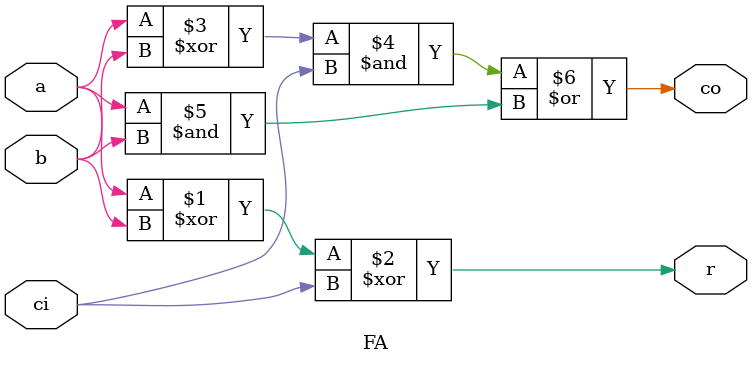
<source format=sv>

module FA
(
    input     a ,
    input     b ,
    input     ci,
    output    r ,
    output    co
);

    assign r  = a^b^ci;
    assign co = (a^b)&ci | (a&b);

endmodule
</source>
